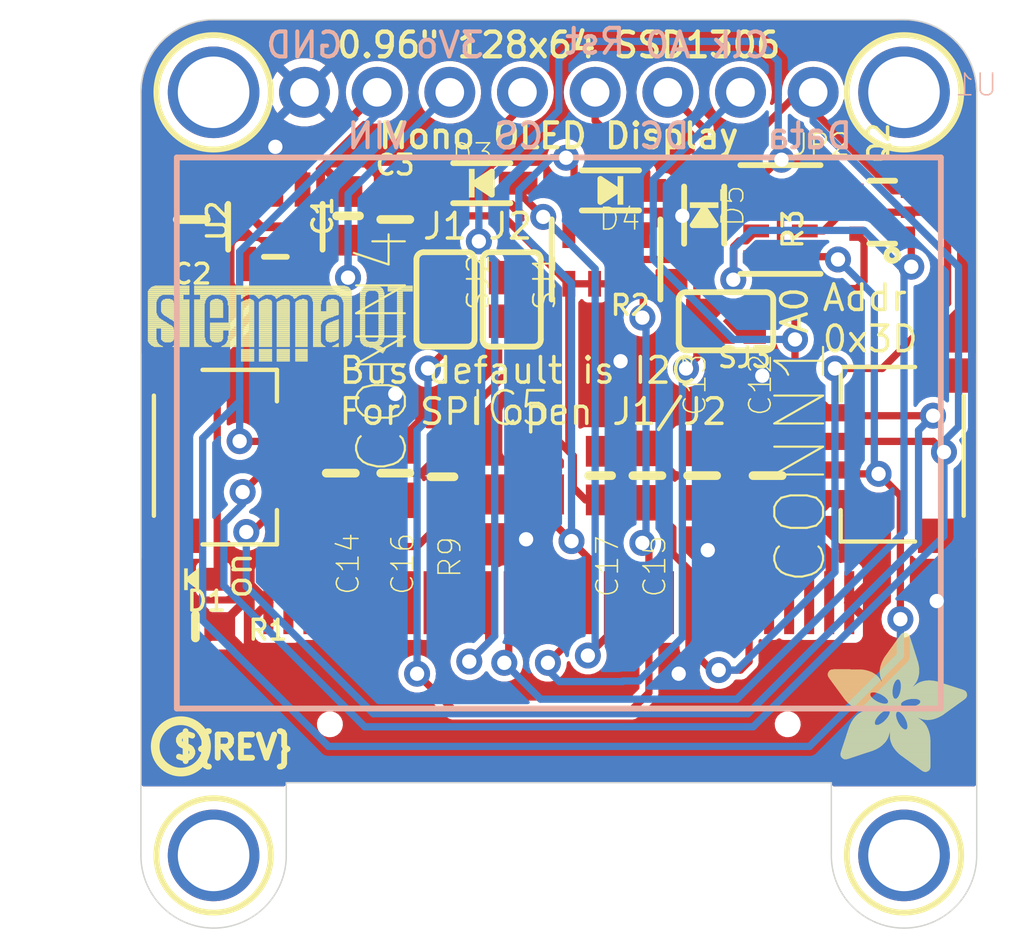
<source format=kicad_pcb>
(kicad_pcb (version 20221018) (generator pcbnew)
  (layers (0 "F.Cu" signal) (31 "B.Cu" signal) (34 "B.Paste" user) (35 "F.Paste" user) (36 "B.SilkS" user "B.Silkscreen") (37 "F.SilkS" user "F.Silkscreen") (38 "B.Mask" user) (39 "F.Mask" user) (44 "Edge.Cuts" user))
  (net 0 "")
  (net 1 "GND")
  (net 2 "SDA")
  (net 3 "SCL")
  (net 4 "3.3V")
  (net 5 "VCC")
  (net 6 "N$2")
  (net 7 "D0/SCLK/SCK_3.3V")
  (net 8 "D1/MOSI/SDA1_3.3V")
  (net 9 "N$9")
  (net 10 "CS_3.3V")
  (net 11 "RST_3.3V")
  (net 12 "DC/SA0_3.3V")
  (net 13 "CS_5.0V")
  (net 14 "RST_5.0V")
  (net 15 "DC/SA0_5.0V")
  (net 16 "N$10")
  (net 17 "N$11")
  (net 18 "N$12")
  (net 19 "N$13")
  (net 20 "N$14")
  (net 21 "N$15")
  (net 22 "N$16")
  (net 23 "N$17")
  (footprint "working:SOT363" (layer "F.Cu") (at 159.8041 95.8596 90)
    (fp_text reference "Q2")
    (fp_text value "BSS138")
  )
  (footprint "working:0805-NO" (layer "F.Cu") (at 142.7861 96.1136 90)
    (fp_text reference "C3")
    (fp_text value "10uF")
  )
  (footprint "working:FIDUCIAL_1MM" (layer "F.Cu") (at 162.0901 94.4245)
    (fp_text reference "FID4" hide)
    (fp_text value "FIDUCIAL_1MM" hide)
  )
  (footprint "working:MOUNTINGHOLE_2.5_PLATED" (layer "F.Cu") (at 160.5661 118.3386)
    (fp_text reference "U$21" hide)
    (fp_text value "MOUNTINGHOLE2.5" hide)
  )
  (footprint "working:0603-NO" (layer "F.Cu") (at 149.9465 105.0646 -90)
    (fp_text reference "C17")
    (fp_text value "0.1uF")
  )
  (footprint "working:1X08_ROUND_70" (layer "F.Cu") (at 148.5011 91.6686 180)
    (fp_text reference "JP2")
    (fp_text value "")
  )
  (footprint "working:0603-NO" (layer "F.Cu") (at 135.8011 110.3376)
    (fp_text reference "R1")
    (fp_text value "10K")
  )
  (footprint "working:ADAFRUIT_5MM" (layer "F.Cu") (at 157.8991 115.4176)
    (fp_text reference "U$8" hide)
    (fp_text value "" hide)
  )
  (footprint "working:0805-NO" (layer "F.Cu") (at 153.5105 105.0646 90)
    (fp_text reference "C13")
    (fp_text value "2.2uF")
  )
  (footprint "working:MOUNTINGHOLE_2.5_PLATED" (layer "F.Cu") (at 160.5661 91.6686)
    (fp_text reference "U$17" hide)
    (fp_text value "MOUNTINGHOLE2.5" hide)
  )
  (footprint "working:0805-NO" (layer "F.Cu") (at 155.7965 105.0646 90)
    (fp_text reference "C12")
    (fp_text value "2.2uF")
  )
  (footprint "working:0805-NO" (layer "F.Cu") (at 140.8811 104.9782 -90)
    (fp_text reference "C14")
    (fp_text value "10uF")
  )
  (footprint "working:0603-NO" (layer "F.Cu") (at 144.4371 105.1052 -90)
    (fp_text reference "R9")
    (fp_text value "390K")
  )
  (footprint "working:MOUNTINGHOLE_2.5_PLATED" (layer "F.Cu") (at 136.4361 91.6686)
    (fp_text reference "U$1" hide)
    (fp_text value "MOUNTINGHOLE2.5" hide)
  )
  (footprint "working:JST_SH4" (layer "F.Cu") (at 160.5661 104.3686 90)
    (fp_text reference "CONN1")
    (fp_text value "STEMMA_I2C_QT" hide)
  )
  (footprint "working:RESPACK_4X0603" (layer "F.Cu") (at 150.1521 97.5106 180)
    (fp_text reference "R2")
    (fp_text value "10K")
  )
  (footprint "working:RESPACK_4X0603" (layer "F.Cu") (at 156.2481 96.1136 90)
    (fp_text reference "R3")
    (fp_text value "10K")
  )
  (footprint "working:SOD-323" (layer "F.Cu") (at 150.3045 95.0976 180)
    (fp_text reference "D4")
    (fp_text value "1N4148")
  )
  (footprint "working:CHIPLED_0603_NOOUTLINE" (layer "F.Cu") (at 135.6741 108.6866 90)
    (fp_text reference "D1")
    (fp_text value "GREEN")
  )
  (footprint "working:SOT23-5" (layer "F.Cu") (at 138.5951 96.3676 180)
    (fp_text reference "U2")
    (fp_text value "AP2112K-3.3")
  )
  (footprint "working:STEMMAQT" (layer "F.Cu") (at 134.1501 101.0666)
    (fp_text reference "U$31" hide)
    (fp_text value "" hide)
  )
  (footprint "working:FIDUCIAL_1MM" (layer "F.Cu") (at 134.9121 112.3061)
    (fp_text reference "FID3" hide)
    (fp_text value "FIDUCIAL_1MM" hide)
  )
  (footprint "working:0805-NO" (layer "F.Cu") (at 142.7861 104.9782 -90)
    (fp_text reference "C16")
    (fp_text value "10uF")
  )
  (footprint "working:SOD-323" (layer "F.Cu") (at 153.5811 95.9612 -90)
    (fp_text reference "D5")
    (fp_text value "1N4148")
  )
  (footprint "working:PCBFEAT-REV-040" (layer "F.Cu") (at 135.2931 114.5286)
    (fp_text reference "U$25" hide)
    (fp_text value "" hide)
  )
  (footprint "working:0603-NO" (layer "F.Cu") (at 141.1351 95.9866 90)
    (fp_text reference "C1")
    (fp_text value "0.1uF")
  )
  (footprint "working:SOT23" (layer "F.Cu") (at 147.2311 104.6226)
    (fp_text reference "IC5")
    (fp_text value "APX803")
  )
  (footprint "working:0805-NO" (layer "F.Cu") (at 135.6741 96.1136 -90)
    (fp_text reference "C2")
    (fp_text value "10uF")
  )
  (footprint "working:JST_SH4" (layer "F.Cu") (at 136.4361 104.3686 -90)
    (fp_text reference "CONN4")
    (fp_text value "STEMMA_I2C_QT" hide)
  )
  (footprint "working:0805-NO" (layer "F.Cu") (at 151.5975 105.0646 -90)
    (fp_text reference "C15")
    (fp_text value "10uF")
  )
  (footprint "working:SOLDERJUMPER_ARROW_NOPASTE" (layer "F.Cu") (at 154.3431 99.6696 180)
    (fp_text reference "SJ3")
    (fp_text value "")
  )
  (footprint "working:SOLDERJUMPER_CLOSEDWIRE" (layer "F.Cu") (at 146.8567 98.9076 -90)
    (fp_text reference "SJ1")
    (fp_text value "")
  )
  (footprint "working:SOLDERJUMPER_CLOSEDWIRE" (layer "F.Cu") (at 144.5415 98.9076 -90)
    (fp_text reference "SJ2")
    (fp_text value "")
  )
  (footprint "working:SOD-323" (layer "F.Cu") (at 145.8087 94.8436)
    (fp_text reference "D3")
    (fp_text value "1N4148")
  )
  (footprint "working:MOUNTINGHOLE_2.5_PLATED" (layer "F.Cu") (at 136.4361 118.3386)
    (fp_text reference "U$19" hide)
    (fp_text value "MOUNTINGHOLE2.5" hide)
  )
  (footprint "working:UG-2864HSWEG01_0.96IN_WRAPAROUND" (layer "B.Cu") (at 148.5011 108.3056 180)
    (fp_text reference "U1")
    (fp_text value "UG-2864HSWEG01")
  )
  (gr_arc (start 133.8961 91.6686) (mid 134.640049 89.872549) (end 136.4361 89.1286) (stroke (width 0.05)) (layer "Edge.Cuts"))
  (gr_line (start 160.5661 89.1286) (end 136.4361 89.1286) (stroke (width 0.05)) (layer "Edge.Cuts"))
  (gr_arc (start 138.9761 118.3386) (mid 138.232151 120.134651) (end 136.4361 120.8786) (stroke (width 0.05)) (layer "Edge.Cuts"))
  (gr_line (start 133.8961 91.6686) (end 133.8961 118.3386) (stroke (width 0.05)) (layer "Edge.Cuts"))
  (gr_line (start 158.0261 115.7986) (end 158.0261 118.3386) (stroke (width 0.05)) (layer "Edge.Cuts"))
  (gr_arc (start 136.4361 120.8786) (mid 134.640049 120.134651) (end 133.8961 118.3386) (stroke (width 0.05)) (layer "Edge.Cuts"))
  (gr_arc (start 160.5661 120.8786) (mid 158.770049 120.134651) (end 158.0261 118.3386) (stroke (width 0.05)) (layer "Edge.Cuts"))
  (gr_arc (start 163.1061 118.3386) (mid 162.362151 120.134651) (end 160.5661 120.8786) (stroke (width 0.05)) (layer "Edge.Cuts"))
  (gr_line (start 138.9761 115.7986) (end 158.0261 115.7986) (stroke (width 0.05)) (layer "Edge.Cuts"))
  (gr_line (start 163.1061 118.3386) (end 163.1061 91.6686) (stroke (width 0.05)) (layer "Edge.Cuts"))
  (gr_line (start 138.9761 118.3386) (end 138.9761 115.7986) (stroke (width 0.05)) (layer "Edge.Cuts"))
  (gr_arc (start 160.5661 89.1286) (mid 162.362151 89.872549) (end 163.1061 91.6686) (stroke (width 0.05)) (layer "Edge.Cuts"))
  (gr_text "Clk" (at 154.8511 90.0176) (layer "B.SilkS") (effects (font (size 0.87376 0.87376) (thickness 0.14224)) (justify mirror)))
  (gr_text "DC" (at 152.1841 93.1926) (layer "B.SilkS") (effects (font (size 0.87376 0.87376) (thickness 0.14224)) (justify mirror)))
  (gr_text "VIN" (at 142.1511 93.1926) (layer "B.SilkS") (effects (font (size 0.87376 0.87376) (thickness 0.14224)) (justify mirror)))
  (gr_text "3Vo" (at 144.6911 90.0176) (layer "B.SilkS") (effects (font (size 0.87376 0.87376) (thickness 0.14224)) (justify mirror)))
  (gr_text "GND" (at 139.6111 90.0176) (layer "B.SilkS") (effects (font (size 0.87376 0.87376) (thickness 0.14224)) (justify mirror)))
  (gr_text "A0" (at 152.3111 90.0176) (layer "B.SilkS") (effects (font (size 0.87376 0.87376) (thickness 0.14224)) (justify mirror)))
  (gr_text "Data" (at 157.2641 93.1926) (layer "B.SilkS") (effects (font (size 0.87376 0.87376) (thickness 0.14224)) (justify mirror)))
  (gr_text "CS" (at 147.1041 93.1926) (layer "B.SilkS") (effects (font (size 0.87376 0.87376) (thickness 0.14224)) (justify mirror)))
  (gr_text "Rst" (at 149.7711 89.8906) (layer "B.SilkS") (effects (font (size 0.87376 0.87376) (thickness 0.14224)) (justify mirror)))
  (gr_text "A0" (at 157.2641 100.1776 90) (layer "F.SilkS") (effects (font (size 0.89408 0.89408) (thickness 0.12192)) (justify left bottom)))
  (gr_text "Addr\n0x3D" (at 157.6451 100.8126) (layer "F.SilkS") (effects (font (size 0.89408 0.89408) (thickness 0.12192)) (justify left bottom)))
  (gr_text "on" (at 137.8331 109.4486 90) (layer "F.SilkS") (effects (font (size 0.89408 0.89408) (thickness 0.12192)) (justify left bottom)))
  (gr_text "J2" (at 145.9611 96.8756) (layer "F.SilkS") (effects (font (size 0.89408 0.89408) (thickness 0.12192)) (justify left bottom)))
  (gr_text "Mono OLED Display" (at 148.5011 93.1926) (layer "F.SilkS") (effects (font (size 0.8636 0.8636) (thickness 0.1524))))
  (gr_text "Bus default is I2C\nFor SPI open J1/J2" (at 140.7541 103.3526) (layer "F.SilkS") (effects (font (size 0.89408 0.89408) (thickness 0.12192)) (justify left bottom)))
  (gr_text "0.96\" 128x64 SSD1306" (at 148.5011 90.0176) (layer "F.SilkS") (effects (font (size 0.8636 0.8636) (thickness 0.1524))))
  (gr_text "J1" (at 143.6751 96.8756) (layer "F.SilkS") (effects (font (size 0.89408 0.89408) (thickness 0.12192)) (justify left bottom)))
  (via (at 155.6131 101.5746) (size 0.9064) (drill 0.5) (layers "F.Cu" "B.Cu") (net 1))
  (via (at 152.8191 95.9866) (size 0.9064) (drill 0.5) (layers "F.Cu" "B.Cu") (net 1))
  (via (at 161.7091 109.4486) (size 0.9064) (drill 0.5) (layers "F.Cu" "B.Cu") (net 1))
  (via (at 153.7081 107.6706) (size 0.9064) (drill 0.5) (layers "F.Cu" "B.Cu") (net 1))
  (via (at 138.5951 93.5736) (size 0.9064) (drill 0.5) (layers "F.Cu" "B.Cu") (net 1))
  (via (at 152.6921 111.9886) (size 0.9064) (drill 0.5) (layers "F.Cu" "B.Cu") (net 1))
  (via (at 150.6601 101.0666) (size 0.9064) (drill 0.5) (layers "F.Cu" "B.Cu") (net 1))
  (via (at 147.3581 107.2896) (size 0.9064) (drill 0.5) (layers "F.Cu" "B.Cu") (net 1))
  (via (at 142.7861 102.2096) (size 0.9064) (drill 0.5) (layers "F.Cu" "B.Cu") (net 1))
  (segment (start 157.3911 91.7956) (end 157.3911 91.6686) (width 0.254) (layer "F.Cu") (net 2))
  (segment (start 154.4701 95.4786) (end 154.4701 94.0816) (width 0.254) (layer "F.Cu") (net 2))
  (segment (start 160.7041 95.1096) (end 160.1971 95.1096) (width 0.254) (layer "F.Cu") (net 2))
  (segment (start 138.2221 104.8686) (end 138.9501 104.8686) (width 0.254) (layer "F.Cu") (net 2))
  (segment (start 155.3981 95.7136) (end 154.7051 95.7136) (width 0.254) (layer "F.Cu") (net 2))
  (segment (start 157.3911 92.3036) (end 157.3911 91.7956) (width 0.254) (layer "F.Cu") (net 2))
  (segment (start 158.0521 103.8686) (end 161.5901 103.8686) (width 0.254) (layer "F.Cu") (net 2))
  (segment (start 156.7561 91.7956) (end 157.3911 91.7956) (width 0.254) (layer "F.Cu") (net 2))
  (segment (start 161.5901 103.8686) (end 161.9631 104.2416) (width 0.254) (layer "F.Cu") (net 2))
  (segment (start 154.4701 94.0816) (end 156.7561 91.7956) (width 0.254) (layer "F.Cu") (net 2))
  (segment (start 137.4521 105.6386) (end 138.2221 104.8686) (width 0.254) (layer "F.Cu") (net 2))
  (segment (start 154.7051 95.7136) (end 154.4701 95.4786) (width 0.254) (layer "F.Cu") (net 2))
  (segment (start 160.1971 95.1096) (end 157.3911 92.3036) (width 0.254) (layer "F.Cu") (net 2))
  (via (at 161.9631 104.2416) (size 0.9064) (drill 0.5) (layers "F.Cu" "B.Cu") (net 2))
  (via (at 137.4521 105.6386) (size 0.9064) (drill 0.5) (layers "F.Cu" "B.Cu") (net 2))
  (segment (start 137.4521 106.0547) (end 137.4521 105.6386) (width 0.254) (layer "B.Cu") (net 2))
  (segment (start 155.294481 113.8428) (end 141.7193 113.8428) (width 0.254) (layer "B.Cu") (net 2))
  (segment (start 161.9631 104.2416) (end 161.9631 103.8606) (width 0.254) (layer "B.Cu") (net 2))
  (segment (start 136.7957 108.9192) (end 136.7957 106.7111) (width 0.254) (layer "B.Cu") (net 2))
  (segment (start 162.4711 103.3526) (end 161.9631 103.8606) (width 0.254) (layer "B.Cu") (net 2))
  (segment (start 162.4711 103.3526) (end 162.4711 97.7646) (width 0.254) (layer "B.Cu") (net 2))
  (segment (start 161.9631 104.2416) (end 161.9631 107.174182) (width 0.254) (layer "B.Cu") (net 2))
  (segment (start 136.7957 106.7111) (end 137.4521 106.0547) (width 0.254) (layer "B.Cu") (net 2))
  (segment (start 162.4711 97.7646) (end 157.3911 92.6846) (width 0.254) (layer "B.Cu") (net 2))
  (segment (start 141.7193 113.8428) (end 136.7957 108.9192) (width 0.254) (layer "B.Cu") (net 2))
  (segment (start 161.9631 107.174182) (end 155.294481 113.8428) (width 0.254) (layer "B.Cu") (net 2))
  (segment (start 157.3911 92.6846) (end 157.3911 91.6686) (width 0.254) (layer "B.Cu") (net 2))
  (segment (start 161.5821 102.9716) (end 158.1551 102.9716) (width 0.254) (layer "F.Cu") (net 3))
  (segment (start 158.1551 102.9716) (end 158.0521 102.8686) (width 0.254) (layer "F.Cu") (net 3))
  (segment (start 159.1691 96.8746) (end 158.9041 96.6096) (width 0.254) (layer "F.Cu") (net 3))
  (segment (start 158.9151 98.5266) (end 159.1691 98.2726) (width 0.254) (layer "F.Cu") (net 3))
  (segment (start 156.7561 100.3046) (end 156.7561 101.5726) (width 0.254) (layer "F.Cu") (net 3))
  (segment (start 156.7561 98.5266) (end 156.7561 100.3046) (width 0.254) (layer "F.Cu") (net 3))
  (segment (start 137.7831 107.0356) (end 137.5791 107.0356) (width 0.254) (layer "F.Cu") (net 3))
  (segment (start 156.7561 98.5266) (end 158.9151 98.5266) (width 0.254) (layer "F.Cu") (net 3))
  (segment (start 138.9501 105.8686) (end 137.7831 107.0356) (width 0.254) (layer "F.Cu") (net 3))
  (segment (start 159.1691 98.2726) (end 159.1691 96.8746) (width 0.254) (layer "F.Cu") (net 3))
  (segment (start 156.7561 101.5726) (end 158.0521 102.8686) (width 0.254) (layer "F.Cu") (net 3))
  (segment (start 156.5111 98.5266) (end 156.7561 98.5266) (width 0.254) (layer "F.Cu") (net 3))
  (segment (start 155.3981 97.4136) (end 156.5111 98.5266) (width 0.254) (layer "F.Cu") (net 3))
  (via (at 156.7561 100.3046) (size 0.9064) (drill 0.5) (layers "F.Cu" "B.Cu") (net 3))
  (via (at 161.5821 102.9716) (size 0.9064) (drill 0.5) (layers "F.Cu" "B.Cu") (net 3))
  (via (at 137.5791 107.0356) (size 0.9064) (drill 0.5) (layers "F.Cu" "B.Cu") (net 3))
  (segment (start 142.0241 113.3856) (end 155.1051 113.3856) (width 0.254) (layer "B.Cu") (net 3))
  (segment (start 161.0741 107.4166) (end 161.0741 103.4796) (width 0.254) (layer "B.Cu") (net 3))
  (segment (start 151.8031 94.7166) (end 151.8031 97.5106) (width 0.254) (layer "B.Cu") (net 3))
  (segment (start 155.1051 113.3856) (end 161.0741 107.4166) (width 0.254) (layer "B.Cu") (net 3))
  (segment (start 137.5791 108.9406) (end 142.0241 113.3856) (width 0.254) (layer "B.Cu") (net 3))
  (segment (start 154.5971 100.3046) (end 151.8031 97.5106) (width 0.254) (layer "B.Cu") (net 3))
  (segment (start 137.5791 107.0356) (end 137.5791 108.9406) (width 0.254) (layer "B.Cu") (net 3))
  (segment (start 156.7561 100.3046) (end 154.5971 100.3046) (width 0.254) (layer "B.Cu") (net 3))
  (segment (start 154.8511 91.6686) (end 151.8031 94.7166) (width 0.254) (layer "B.Cu") (net 3))
  (segment (start 161.0741 103.4796) (end 161.5821 102.9716) (width 0.254) (layer "B.Cu") (net 3))
  (segment (start 151.5975 106.0146) (end 152.4865 106.9036) (width 0.254) (layer "F.Cu") (net 4))
  (segment (start 152.4865 106.9036) (end 152.4865 107.7926) (width 0.254) (layer "F.Cu") (net 4))
  (segment (start 155.1511 111.5616) (end 155.1511 109.5056) (width 0.254) (layer "F.Cu") (net 4))
  (segment (start 141.1351 96.8366) (end 142.5591 96.8366) (width 0.3048) (layer "F.Cu") (net 4))
  (segment (start 136.4241 108.6866) (end 136.5631 108.5476) (width 0.254) (layer "F.Cu") (net 4))
  (segment (start 147.987 97.4955) (end 147.987 97.424625) (width 0.254) (layer "F.Cu") (net 4))
  (segment (start 148.8521 98.3606) (end 147.987 97.4955) (width 0.254) (layer "F.Cu") (net 4))
  (segment (start 151.5975 106.0146) (end 150.0465 106.0146) (width 0.254) (layer "F.Cu") (net 4))
  (segment (start 153.0511 109.5056) (end 153.0511 111.0776) (width 0.254) (layer "F.Cu") (net 4))
  (segment (start 158.0896 95.1611) (end 158.0896 96.1771) (width 0.254) (layer "F.Cu") (net 4))
  (segment (start 153.0511 108.3572) (end 152.4865 107.7926) (width 0.254) (layer "F.Cu") (net 4))
  (segment (start 157.7531 96.5136) (end 157.0981 96.5136) (width 0.254) (layer "F.Cu") (net 4))
  (segment (start 146.548975 95.9866) (end 145.1991 95.9866) (width 0.254) (layer "F.Cu") (net 4))
  (segment (start 158.0896 96.1771) (end 157.7531 96.5136) (width 0.254) (layer "F.Cu") (net 4))
  (segment (start 150.0465 106.0146) (end 149.9465 105.9146) (width 0.254) (layer "F.Cu") (net 4))
  (segment (start 153.0511 111.0776) (end 153.8351 111.8616) (width 0.254) (layer "F.Cu") (net 4))
  (segment (start 149.0113 105.4874) (end 149.0113 104.377825) (width 0.254) (layer "F.Cu") (net 4))
  (segment (start 154.0891 111.8616) (end 154.8511 111.8616) (width 0.254) (layer "F.Cu") (net 4))
  (segment (start 160.7041 95.8596) (end 161.4551 95.8596) (width 0.254) (layer "F.Cu") (net 4))
  (segment (start 143.8681 98.1456) (end 144.5415 98.1456) (width 0.3048) (layer "F.Cu") (net 4))
  (segment (start 141.1351 98.1456) (end 141.1351 96.8366) (width 0.254) (layer "F.Cu") (net 4))
  (segment (start 136.5631 108.5476) (end 136.5631 100.6497) (width 0.254) (layer "F.Cu") (net 4))
  (segment (start 147.987 97.424625) (end 146.548975 95.9866) (width 0.254) (layer "F.Cu") (net 4))
  (segment (start 148.8521 104.218625) (end 148.156075 103.5226) (width 0.254) (layer "F.Cu") (net 4))
  (segment (start 149.9465 105.9146) (end 149.4385 105.9146) (width 0.254) (layer "F.Cu") (net 4))
  (segment (start 160.7041 95.8596) (end 158.9041 95.8596) (width 0.254) (layer "F.Cu") (net 4))
  (segment (start 158.9041 95.8596) (end 158.4071 95.8596) (width 0.254) (layer "F.Cu") (net 4))
  (segment (start 149.7521 98.3606) (end 148.8521 98.3606) (width 0.254) (layer "F.Cu") (net 4))
  (segment (start 140.3762 96.8366) (end 141.1351 96.8366) (width 0.3048) (layer "F.Cu") (net 4))
  (segment (start 149.4385 105.9146) (end 149.0113 105.4874) (width 0.254) (layer "F.Cu") (net 4))
  (segment (start 142.5591 96.8366) (end 142.7861 97.0636) (width 0.3048) (layer "F.Cu") (net 4))
  (segment (start 162.0901 99.0346) (end 159.8041 101.3206) (width 0.254) (layer "F.Cu") (net 4))
  (segment (start 144.5415 96.6442) (end 144.5415 98.1456) (width 0.254) (layer "F.Cu") (net 4))
  (segment (start 153.0511 108.3572) (end 153.0511 109.5056) (width 0.254) (layer "F.Cu") (net 4))
  (segment (start 148.8521 98.3606) (end 148.8521 104.218625) (width 0.254) (layer "F.Cu") (net 4))
  (segment (start 161.4551 95.8596) (end 162.0901 96.4946) (width 0.254) (layer "F.Cu") (net 4))
  (segment (start 153.8351 111.8616) (end 154.0891 111.8616) (width 0.254) (layer "F.Cu") (net 4))
  (segment (start 139.5451 97.6677) (end 140.3762 96.8366) (width 0.3048) (layer "F.Cu") (net 4))
  (segment (start 157.7421 94.8136) (end 158.0896 95.1611) (width 0.254) (layer "F.Cu") (net 4))
  (segment (start 159.8041 101.3206) (end 158.1531 101.3206) (width 0.254) (layer "F.Cu") (net 4))
  (segment (start 157.0981 94.8136) (end 157.7421 94.8136) (width 0.254) (layer "F.Cu") (net 4))
  (segment (start 142.7861 97.0636) (end 143.8681 98.1456) (width 0.3048) (layer "F.Cu") (net 4))
  (segment (start 136.5631 100.6497) (end 139.5451 97.6677) (width 0.254) (layer "F.Cu") (net 4))
  (segment (start 154.8511 111.8616) (end 155.1511 111.5616) (width 0.254) (layer "F.Cu") (net 4))
  (segment (start 148.8521 104.218625) (end 149.0113 104.377825) (width 0.254) (layer "F.Cu") (net 4))
  (segment (start 145.1991 95.9866) (end 144.5415 96.6442) (width 0.254) (layer "F.Cu") (net 4))
  (segment (start 150.5521 98.3606) (end 149.7521 98.3606) (width 0.254) (layer "F.Cu") (net 4))
  (segment (start 162.0901 96.4946) (end 162.0901 99.0346) (width 0.254) (layer "F.Cu") (net 4))
  (segment (start 148.156075 103.5226) (end 147.2311 103.5226) (width 0.254) (layer "F.Cu") (net 4))
  (segment (start 158.4071 95.8596) (end 158.0896 96.1771) (width 0.254) (layer "F.Cu") (net 4))
  (via (at 158.1531 101.3206) (size 0.9064) (drill 0.5) (layers "F.Cu" "B.Cu") (net 4))
  (via (at 154.0891 111.8616) (size 0.9064) (drill 0.5) (layers "F.Cu" "B.Cu") (net 4))
  (via (at 141.1351 98.1456) (size 0.9064) (drill 0.5) (layers "F.Cu" "B.Cu") (net 4))
  (segment (start 158.1531 108.4326) (end 154.7241 111.8616) (width 0.254) (layer "B.Cu") (net 4))
  (segment (start 154.7241 111.8616) (end 154.0891 111.8616) (width 0.254) (layer "B.Cu") (net 4))
  (segment (start 144.6911 91.6686) (end 141.1351 95.2246) (width 0.254) (layer "B.Cu") (net 4))
  (segment (start 141.1351 95.2246) (end 141.1351 98.1456) (width 0.254) (layer "B.Cu") (net 4))
  (segment (start 158.1531 101.3206) (end 158.1531 108.4326) (width 0.254) (layer "B.Cu") (net 4))
  (segment (start 158.2587 97.4136) (end 158.2587 97.5106) (width 0.254) (layer "F.Cu") (net 5))
  (segment (start 139.5451 95.9256) (end 139.1031 96.3676) (width 0.3048) (layer "F.Cu") (net 5))
  (segment (start 142.1511 91.6686) (end 139.5451 94.2746) (width 0.3048) (layer "F.Cu") (net 5))
  (segment (start 139.5451 94.2746) (end 139.5451 95.0675) (width 0.3048) (layer "F.Cu") (net 5))
  (segment (start 137.549 95.1636) (end 135.6741 95.1636) (width 0.3048) (layer "F.Cu") (net 5))
  (segment (start 139.5451 95.0675) (end 139.5451 95.9256) (width 0.3048) (layer "F.Cu") (net 5))
  (segment (start 158.1871 105.0036) (end 158.0521 104.8686) (width 0.254) (layer "F.Cu") (net 5))
  (segment (start 139.1031 96.3676) (end 138.0871 96.3676) (width 0.3048) (layer "F.Cu") (net 5))
  (segment (start 156.6481 95.7136) (end 156.2481 96.1136) (width 0.254) (layer "F.Cu") (net 5))
  (segment (start 137.6451 95.9256) (end 137.6451 95.0675) (width 0.3048) (layer "F.Cu") (net 5))
  (segment (start 160.4391 110.0836) (end 160.4391 105.7656) (width 0.254) (layer "F.Cu") (net 5))
  (segment (start 138.0871 96.3676) (end 137.6451 95.9256) (width 0.3048) (layer "F.Cu") (net 5))
  (segment (start 138.9501 103.8686) (end 137.3545 103.8686) (width 0.254) (layer "F.Cu") (net 5))
  (segment (start 156.2481 97.1296) (end 156.5321 97.4136) (width 0.254) (layer "F.Cu") (net 5))
  (segment (start 157.0981 95.7136) (end 156.6481 95.7136) (width 0.254) (layer "F.Cu") (net 5))
  (segment (start 156.5321 97.4136) (end 157.0981 97.4136) (width 0.254) (layer "F.Cu") (net 5))
  (segment (start 160.4391 105.7656) (end 159.6771 105.0036) (width 0.254) (layer "F.Cu") (net 5))
  (segment (start 137.3545 103.8686) (end 137.3465 103.8606) (width 0.254) (layer "F.Cu") (net 5))
  (segment (start 156.2481 96.1136) (end 156.2481 97.1296) (width 0.254) (layer "F.Cu") (net 5))
  (segment (start 137.6451 95.0675) (end 137.549 95.1636) (width 0.3048) (layer "F.Cu") (net 5))
  (segment (start 157.0981 97.4136) (end 158.2587 97.4136) (width 0.254) (layer "F.Cu") (net 5))
  (segment (start 159.6771 105.0036) (end 158.1871 105.0036) (width 0.254) (layer "F.Cu") (net 5))
  (via (at 137.3465 103.8606) (size 0.9064) (drill 0.5) (layers "F.Cu" "B.Cu") (net 5))
  (via (at 158.2587 97.5106) (size 0.9064) (drill 0.5) (layers "F.Cu" "B.Cu") (net 5))
  (via (at 159.6771 105.0036) (size 0.9064) (drill 0.5) (layers "F.Cu" "B.Cu") (net 5))
  (via (at 160.4391 110.0836) (size 0.9064) (drill 0.5) (layers "F.Cu" "B.Cu") (net 5))
  (segment (start 157.2641 114.5286) (end 160.4391 111.3536) (width 0.254) (layer "B.Cu") (net 5))
  (segment (start 142.1511 92.4306) (end 142.1511 91.6686) (width 0.254) (layer "B.Cu") (net 5))
  (segment (start 160.4391 111.3536) (end 160.4391 110.0836) (width 0.254) (layer "B.Cu") (net 5))
  (segment (start 136.0551 110.131263) (end 140.452437 114.5286) (width 0.254) (layer "B.Cu") (net 5))
  (segment (start 137.3465 102.4636) (end 137.3465 97.2352) (width 0.254) (layer "B.Cu") (net 5))
  (segment (start 136.0551 103.755) (end 136.0551 110.131263) (width 0.254) (layer "B.Cu") (net 5))
  (segment (start 159.5287 98.7806) (end 158.2587 97.5106) (width 0.254) (layer "B.Cu") (net 5))
  (segment (start 140.452437 114.5286) (end 157.2641 114.5286) (width 0.254) (layer "B.Cu") (net 5))
  (segment (start 159.5287 98.7806) (end 159.5287 104.8552) (width 0.254) (layer "B.Cu") (net 5))
  (segment (start 137.3465 97.2352) (end 142.1511 92.4306) (width 0.254) (layer "B.Cu") (net 5))
  (segment (start 159.5287 104.8552) (end 159.6771 105.0036) (width 0.254) (layer "B.Cu") (net 5))
  (segment (start 137.3465 102.4636) (end 136.0551 103.755) (width 0.254) (layer "B.Cu") (net 5))
  (segment (start 137.3465 103.8606) (end 137.3465 102.4636) (width 0.254) (layer "B.Cu") (net 5))
  (segment (start 134.9241 110.3106) (end 134.9511 110.3376) (width 0.254) (layer "F.Cu") (net 6))
  (segment (start 134.9241 108.6866) (end 134.9241 110.3106) (width 0.254) (layer "F.Cu") (net 6))
  (segment (start 146.7511 109.5056) (end 146.7511 111.563575) (width 0.254) (layer "F.Cu") (net 7))
  (segment (start 154.6179 97.051825) (end 154.6179 98.197688) (width 0.254) (layer "F.Cu") (net 7))
  (segment (start 155.3981 96.5136) (end 155.0533 96.8584) (width 0.254) (layer "F.Cu") (net 7))
  (segment (start 146.5961 111.408575) (end 146.7511 111.563575) (width 0.254) (layer "F.Cu") (net 7))
  (segment (start 160.8201 96.7256) (end 160.7041 96.6096) (width 0.254) (layer "F.Cu") (net 7))
  (segment (start 154.6179 98.197688) (end 154.5984 98.217188) (width 0.254) (layer "F.Cu") (net 7))
  (segment (start 155.0533 96.8584) (end 154.811325 96.8584) (width 0.254) (layer "F.Cu") (net 7))
  (segment (start 146.5961 111.6076) (end 146.5961 111.408575) (width 0.254) (layer "F.Cu") (net 7))
  (segment (start 154.811325 96.8584) (end 154.6179 97.051825) (width 0.254) (layer "F.Cu") (net 7))
  (segment (start 160.8201 97.7646) (end 160.8201 96.7256) (width 0.254) (layer "F.Cu") (net 7))
  (via (at 160.8201 97.7646) (size 0.9064) (drill 0.5) (layers "F.Cu" "B.Cu") (net 7))
  (via (at 146.5961 111.6076) (size 0.9064) (drill 0.5) (layers "F.Cu" "B.Cu") (net 7))
  (via (at 154.5984 98.217188) (size 0.9064) (drill 0.5) (layers "F.Cu" "B.Cu") (net 7))
  (segment (start 154.5984 97.1283) (end 155.2321 96.4946) (width 0.254) (layer "B.Cu") (net 7))
  (segment (start 155.2321 96.4946) (end 159.1691 96.4946) (width 0.254) (layer "B.Cu") (net 7))
  (segment (start 154.7241 112.8776) (end 160.5661 107.0356) (width 0.254) (layer "B.Cu") (net 7))
  (segment (start 146.5961 111.6076) (end 147.8661 112.8776) (width 0.254) (layer "B.Cu") (net 7))
  (segment (start 154.7241 112.8776) (end 147.8661 112.8776) (width 0.254) (layer "B.Cu") (net 7))
  (segment (start 154.5984 98.217188) (end 154.5984 97.1283) (width 0.254) (layer "B.Cu") (net 7))
  (segment (start 160.5661 98.0186) (end 160.5661 107.0356) (width 0.254) (layer "B.Cu") (net 7))
  (segment (start 160.4391 97.7646) (end 160.8201 97.7646) (width 0.254) (layer "B.Cu") (net 7))
  (segment (start 159.1691 96.4946) (end 160.4391 97.7646) (width 0.254) (layer "B.Cu") (net 7))
  (segment (start 160.5661 98.0186) (end 160.8201 97.7646) (width 0.254) (layer "B.Cu") (net 7))
  (segment (start 158.9041 95.1096) (end 157.8761 94.0816) (width 0.254) (layer "F.Cu") (net 8))
  (segment (start 146.0511 110.8826) (end 145.37205 111.56165) (width 0.254) (layer "F.Cu") (net 8))
  (segment (start 156.283406 94.025007) (end 156.283406 94.046294) (width 0.254) (layer "F.Cu") (net 8))
  (segment (start 157.8761 94.0816) (end 156.2481 94.0816) (width 0.254) (layer "F.Cu") (net 8))
  (segment (start 156.283406 94.046294) (end 156.2481 94.0816) (width 0.254) (layer "F.Cu") (net 8))
  (segment (start 146.0511 109.5056) (end 146.0511 110.8826) (width 0.254) (layer "F.Cu") (net 8))
  (segment (start 145.7071 96.8756) (end 145.7071 96.996) (width 0.254) (layer "F.Cu") (net 8))
  (segment (start 146.8567 98.1456) (end 145.7071 96.996) (width 0.254) (layer "F.Cu") (net 8))
  (segment (start 156.1301 94.0816) (end 155.3981 94.8136) (width 0.254) (layer "F.Cu") (net 8))
  (segment (start 156.2481 94.0816) (end 156.1301 94.0816) (width 0.254) (layer "F.Cu") (net 8))
  (via (at 145.7071 96.8756) (size 0.9064) (drill 0.5) (layers "F.Cu" "B.Cu") (net 8))
  (via (at 156.283406 94.025007) (size 0.9064) (drill 0.5) (layers "F.Cu" "B.Cu") (net 8))
  (via (at 145.37205 111.56165) (size 0.9064) (drill 0.5) (layers "F.Cu" "B.Cu") (net 8))
  (segment (start 155.4861 89.8906) (end 156.1719 90.5764) (width 0.254) (layer "B.Cu") (net 8))
  (segment (start 156.1719 93.9135) (end 156.283406 94.025007) (width 0.254) (layer "B.Cu") (net 8))
  (segment (start 156.1719 90.5764) (end 156.1719 93.9135) (width 0.254) (layer "B.Cu") (net 8))
  (segment (start 149.1361 89.8906) (end 155.4861 89.8906) (width 0.254) (layer "B.Cu") (net 8))
  (segment (start 146.26105 97.55655) (end 145.7071 97.0026) (width 0.254) (layer "B.Cu") (net 8))
  (segment (start 148.5011 92.3036) (end 148.5011 90.5256) (width 0.254) (layer "B.Cu") (net 8))
  (segment (start 148.5011 90.5256) (end 149.1361 89.8906) (width 0.254) (layer "B.Cu") (net 8))
  (segment (start 145.7071 96.8756) (end 145.7071 95.0976) (width 0.254) (layer "B.Cu") (net 8))
  (segment (start 146.26105 97.55655) (end 146.26105 110.67265) (width 0.254) (layer "B.Cu") (net 8))
  (segment (start 145.37205 111.56165) (end 146.26105 110.67265) (width 0.254) (layer "B.Cu") (net 8))
  (segment (start 145.7071 96.8756) (end 145.7071 97.0026) (width 0.254) (layer "B.Cu") (net 8))
  (segment (start 145.7071 95.0976) (end 148.5011 92.3036) (width 0.254) (layer "B.Cu") (net 8))
  (segment (start 151.6511 107.6456) (end 151.6511 109.5056) (width 0.254) (layer "F.Cu") (net 9))
  (segment (start 151.6511 112.6486) (end 151.0411 113.2586) (width 0.254) (layer "F.Cu") (net 9))
  (segment (start 144.8181 113.2586) (end 143.5481 111.9886) (width 0.254) (layer "F.Cu") (net 9))
  (segment (start 151.4221 107.4166) (end 151.6511 107.6456) (width 0.254) (layer "F.Cu") (net 9))
  (segment (start 151.4521 98.3606) (end 151.4521 99.5126) (width 0.254) (layer "F.Cu") (net 9))
  (segment (start 151.6511 109.5056) (end 151.6511 112.6486) (width 0.254) (layer "F.Cu") (net 9))
  (segment (start 144.5415 99.6696) (end 144.5415 100.7082) (width 0.254) (layer "F.Cu") (net 9))
  (segment (start 144.5415 100.7082) (end 143.9291 101.3206) (width 0.254) (layer "F.Cu") (net 9))
  (segment (start 151.0411 113.2586) (end 144.8181 113.2586) (width 0.254) (layer "F.Cu") (net 9))
  (segment (start 151.4521 99.5126) (end 151.4221 99.5426) (width 0.254) (layer "F.Cu") (net 9))
  (via (at 143.5481 111.9886) (size 0.9064) (drill 0.5) (layers "F.Cu" "B.Cu") (net 9))
  (via (at 151.4221 107.4166) (size 0.9064) (drill 0.5) (layers "F.Cu" "B.Cu") (net 9))
  (via (at 151.4221 99.5426) (size 0.9064) (drill 0.5) (layers "F.Cu" "B.Cu") (net 9))
  (via (at 143.9291 101.3206) (size 0.9064) (drill 0.5) (layers "F.Cu" "B.Cu") (net 9))
  (segment (start 151.5491 99.6696) (end 151.5491 107.2896) (width 0.254) (layer "B.Cu") (net 9))
  (segment (start 151.5491 107.2896) (end 151.4221 107.4166) (width 0.254) (layer "B.Cu") (net 9))
  (segment (start 143.9291 103.0986) (end 143.5481 103.4796) (width 0.254) (layer "B.Cu") (net 9))
  (segment (start 143.9291 101.3206) (end 143.9291 103.0986) (width 0.254) (layer "B.Cu") (net 9))
  (segment (start 143.5481 103.4796) (end 143.5481 111.9886) (width 0.254) (layer "B.Cu") (net 9))
  (segment (start 151.4221 99.5426) (end 151.5491 99.6696) (width 0.254) (layer "B.Cu") (net 9))
  (segment (start 148.594212 96.6606) (end 147.956656 96.023044) (width 0.254) (layer "F.Cu") (net 10))
  (segment (start 148.594212 96.6606) (end 148.8521 96.6606) (width 0.254) (layer "F.Cu") (net 10))
  (segment (start 150.2511 109.5056) (end 150.2511 110.6196) (width 0.254) (layer "F.Cu") (net 10))
  (segment (start 147.0787 95.145088) (end 147.956656 96.023044) (width 0.254) (layer "F.Cu") (net 10))
  (segment (start 150.2511 110.6196) (end 149.5171 111.3536) (width 0.254) (layer "F.Cu") (net 10))
  (segment (start 147.0787 94.8436) (end 147.0787 95.145088) (width 0.254) (layer "F.Cu") (net 10))
  (via (at 147.956656 96.023044) (size 0.9064) (drill 0.5) (layers "F.Cu" "B.Cu") (net 10))
  (via (at 149.5171 111.3536) (size 0.9064) (drill 0.5) (layers "F.Cu" "B.Cu") (net 10))
  (segment (start 149.5171 111.3536) (end 149.7711 111.0996) (width 0.254) (layer "B.Cu") (net 10))
  (segment (start 149.7711 97.837488) (end 147.956656 96.023044) (width 0.254) (layer "B.Cu") (net 10))
  (segment (start 149.7711 97.837488) (end 149.7711 111.0996) (width 0.254) (layer "B.Cu") (net 10))
  (segment (start 149.0345 95.0976) (end 149.7521 95.8152) (width 0.254) (layer "F.Cu") (net 11))
  (segment (start 148.7551 93.9546) (end 149.0345 94.234) (width 0.254) (layer "F.Cu") (net 11))
  (segment (start 148.1811 106.5886) (end 148.9456 107.3531) (width 0.254) (layer "F.Cu") (net 11))
  (segment (start 149.5511 107.9586) (end 148.9456 107.3531) (width 0.254) (layer "F.Cu") (net 11))
  (segment (start 148.1811 105.7226) (end 148.1811 106.5886) (width 0.254) (layer "F.Cu") (net 11))
  (segment (start 149.0345 94.234) (end 149.0345 95.0976) (width 0.254) (layer "F.Cu") (net 11))
  (segment (start 149.7521 95.8152) (end 149.7521 96.6606) (width 0.254) (layer "F.Cu") (net 11))
  (segment (start 149.5511 109.5056) (end 149.5511 107.9586) (width 0.254) (layer "F.Cu") (net 11))
  (via (at 148.9456 107.3531) (size 0.9064) (drill 0.5) (layers "F.Cu" "B.Cu") (net 11))
  (via (at 148.7551 93.9546) (size 0.9064) (drill 0.5) (layers "F.Cu" "B.Cu") (net 11))
  (segment (start 148.9456 98.3361) (end 147.1041 96.4946) (width 0.254) (layer "B.Cu") (net 11))
  (segment (start 148.2471 93.9546) (end 148.7551 93.9546) (width 0.254) (layer "B.Cu") (net 11))
  (segment (start 148.9456 107.3531) (end 148.9456 98.3361) (width 0.254) (layer "B.Cu") (net 11))
  (segment (start 147.1041 95.0976) (end 148.2471 93.9546) (width 0.254) (layer "B.Cu") (net 11))
  (segment (start 147.1041 96.4946) (end 147.1041 95.0976) (width 0.254) (layer "B.Cu") (net 11))
  (segment (start 153.3271 99.6696) (end 153.3271 97.4852) (width 0.254) (layer "F.Cu") (net 12))
  (segment (start 152.9461 101.3206) (end 153.3271 100.9396) (width 0.254) (layer "F.Cu") (net 12))
  (segment (start 150.5521 96.6606) (end 150.5521 97.2756) (width 0.254) (layer "F.Cu") (net 12))
  (segment (start 153.3271 100.9396) (end 153.3271 99.6696) (width 0.254) (layer "F.Cu") (net 12))
  (segment (start 150.7871 97.5106) (end 153.3017 97.5106) (width 0.254) (layer "F.Cu") (net 12))
  (segment (start 148.8511 110.8766) (end 148.1201 111.6076) (width 0.254) (layer "F.Cu") (net 12))
  (segment (start 153.3271 97.4852) (end 153.5811 97.2312) (width 0.254) (layer "F.Cu") (net 12))
  (segment (start 150.5521 97.2756) (end 150.7871 97.5106) (width 0.254) (layer "F.Cu") (net 12))
  (segment (start 153.3017 97.5106) (end 153.3271 97.4852) (width 0.254) (layer "F.Cu") (net 12))
  (segment (start 148.8511 109.5056) (end 148.8511 110.8766) (width 0.254) (layer "F.Cu") (net 12))
  (via (at 152.9461 101.3206) (size 0.9064) (drill 0.5) (layers "F.Cu" "B.Cu") (net 12))
  (via (at 148.1201 111.6076) (size 0.9064) (drill 0.5) (layers "F.Cu" "B.Cu") (net 12))
  (segment (start 151.2951 112.2426) (end 152.8191 110.7186) (width 0.254) (layer "B.Cu") (net 12))
  (segment (start 148.5225 112.264) (end 150.7306 112.264) (width 0.254) (layer "B.Cu") (net 12))
  (segment (start 148.5225 112.264) (end 148.1201 111.8616) (width 0.254) (layer "B.Cu") (net 12))
  (segment (start 152.8191 101.4476) (end 152.8191 110.7186) (width 0.254) (layer "B.Cu") (net 12))
  (segment (start 152.8191 101.4476) (end 152.9461 101.3206) (width 0.254) (layer "B.Cu") (net 12))
  (segment (start 150.752 112.2426) (end 151.2951 112.2426) (width 0.254) (layer "B.Cu") (net 12))
  (segment (start 148.1201 111.6076) (end 148.1201 111.8616) (width 0.254) (layer "B.Cu") (net 12))
  (segment (start 150.7306 112.264) (end 150.752 112.2426) (width 0.254) (layer "B.Cu") (net 12))
  (segment (start 147.2311 91.6686) (end 147.2311 92.1512) (width 0.254) (layer "F.Cu") (net 13))
  (segment (start 147.2311 92.1512) (end 144.5387 94.8436) (width 0.254) (layer "F.Cu") (net 13))
  (segment (start 151.5745 95.0976) (end 151.5745 94.4626) (width 0.254) (layer "F.Cu") (net 14))
  (segment (start 149.7711 92.6592) (end 149.7711 91.6686) (width 0.254) (layer "F.Cu") (net 14))
  (segment (start 151.5745 94.4626) (end 149.7711 92.6592) (width 0.254) (layer "F.Cu") (net 14))
  (segment (start 152.3111 91.6686) (end 153.5811 92.9386) (width 0.254) (layer "F.Cu") (net 15))
  (segment (start 153.5811 92.9386) (end 153.5811 94.6912) (width 0.254) (layer "F.Cu") (net 15))
  (segment (start 144.4371 106.6546) (end 144.4371 105.9552) (width 0.254) (layer "F.Cu") (net 16))
  (segment (start 143.5481 107.5436) (end 144.4371 106.6546) (width 0.254) (layer "F.Cu") (net 16))
  (segment (start 141.527681 107.5436) (end 143.5481 107.5436) (width 0.254) (layer "F.Cu") (net 16))
  (segment (start 141.1511 107.920182) (end 141.527681 107.5436) (width 0.254) (layer "F.Cu") (net 16))
  (segment (start 141.1511 109.5056) (end 141.1511 107.920182) (width 0.254) (layer "F.Cu") (net 16))
  (segment (start 155.7965 104.1146) (end 156.3751 104.1146) (width 0.254) (layer "F.Cu") (net 17))
  (segment (start 157.9511 107.7226) (end 157.9511 109.5056) (width 0.254) (layer "F.Cu") (net 17))
  (segment (start 156.9469 104.6864) (end 156.9469 106.7184) (width 0.254) (layer "F.Cu") (net 17))
  (segment (start 156.3751 104.1146) (end 156.9469 104.6864) (width 0.254) (layer "F.Cu") (net 17))
  (segment (start 156.9469 106.7184) (end 157.9511 107.7226) (width 0.254) (layer "F.Cu") (net 17))
  (segment (start 157.2641 109.4926) (end 157.2511 109.5056) (width 0.254) (layer "F.Cu") (net 18))
  (segment (start 155.7965 106.0146) (end 156.4897 106.7078) (width 0.254) (layer "F.Cu") (net 18))
  (segment (start 156.4897 106.7078) (end 156.4897 106.907782) (width 0.254) (layer "F.Cu") (net 18))
  (segment (start 156.4897 106.907782) (end 157.2641 107.682182) (width 0.254) (layer "F.Cu") (net 18))
  (segment (start 157.2641 107.682182) (end 157.2641 109.4926) (width 0.254) (layer "F.Cu") (net 18))
  (segment (start 154.7163 106.771375) (end 154.909725 106.9648) (width 0.254) (layer "F.Cu") (net 19))
  (segment (start 154.7163 104.6226) (end 154.7163 106.771375) (width 0.254) (layer "F.Cu") (net 19))
  (segment (start 156.1449 108.0754) (end 156.162875 108.0754) (width 0.254) (layer "F.Cu") (net 19))
  (segment (start 156.162875 108.0754) (end 156.5511 108.463625) (width 0.254) (layer "F.Cu") (net 19))
  (segment (start 155.0343 106.9648) (end 156.1449 108.0754) (width 0.254) (layer "F.Cu") (net 19))
  (segment (start 156.5511 108.463625) (end 156.5511 109.5056) (width 0.254) (layer "F.Cu") (net 19))
  (segment (start 154.909725 106.9648) (end 155.0343 106.9648) (width 0.254) (layer "F.Cu") (net 19))
  (segment (start 153.5105 104.1146) (end 154.2083 104.1146) (width 0.254) (layer "F.Cu") (net 19))
  (segment (start 154.2083 104.1146) (end 154.7163 104.6226) (width 0.254) (layer "F.Cu") (net 19))
  (segment (start 153.5105 106.33) (end 153.5105 106.0146) (width 0.254) (layer "F.Cu") (net 20))
  (segment (start 155.2559 108.0754) (end 153.5105 106.33) (width 0.254) (layer "F.Cu") (net 20))
  (segment (start 155.8511 108.463625) (end 155.462875 108.0754) (width 0.254) (layer "F.Cu") (net 20))
  (segment (start 155.462875 108.0754) (end 155.2559 108.0754) (width 0.254) (layer "F.Cu") (net 20))
  (segment (start 155.8511 109.5056) (end 155.8511 108.463625) (width 0.254) (layer "F.Cu") (net 20))
  (segment (start 139.7511 107.4036) (end 139.7511 109.5056) (width 0.254) (layer "F.Cu") (net 21))
  (segment (start 140.8811 105.9282) (end 140.8811 106.2736) (width 0.254) (layer "F.Cu") (net 21))
  (segment (start 140.8811 106.2736) (end 139.7511 107.4036) (width 0.254) (layer "F.Cu") (net 21))
  (segment (start 140.4511 107.9736) (end 141.3891 107.0356) (width 0.254) (layer "F.Cu") (net 22))
  (segment (start 142.7861 106.5276) (end 142.7861 105.9282) (width 0.254) (layer "F.Cu") (net 22))
  (segment (start 142.2781 107.0356) (end 142.7861 106.5276) (width 0.254) (layer "F.Cu") (net 22))
  (segment (start 140.4511 109.5056) (end 140.4511 107.9736) (width 0.254) (layer "F.Cu") (net 22))
  (segment (start 141.3891 107.0356) (end 142.2781 107.0356) (width 0.254) (layer "F.Cu") (net 22))
  (segment (start 145.3511 106.672675) (end 145.3943 106.629475) (width 0.254) (layer "F.Cu") (net 23))
  (segment (start 145.3943 106.629475) (end 145.3943 102.7764) (width 0.254) (layer "F.Cu") (net 23))
  (segment (start 145.3943 102.7764) (end 146.8567 101.314) (width 0.254) (layer "F.Cu") (net 23))
  (segment (start 145.3511 109.5056) (end 145.3511 106.672675) (width 0.254) (layer "F.Cu") (net 23))
  (segment (start 146.8567 101.314) (end 146.8567 99.6696) (width 0.254) (layer "F.Cu") (net 23))
  (zone (net 1) (net_name "GND") (layer "F.Cu") (priority 6) (connect_pads (clearance 0.000001)) (min_thickness 0.127) (fill yes (thermal_gap 0.304) (thermal_bridge_width 0.304))
    (polygon (pts (xy 163.2331 115.9256) (xy 133.7691 115.9256) (xy 133.7691 89.1286) (xy 163.2331 89.1286)))
  )
  (zone (net 1) (net_name "GND") (layer "B.Cu") (priority 6) (connect_pads (clearance 0.000001)) (min_thickness 0.127) (fill yes (thermal_gap 0.304) (thermal_bridge_width 0.304))
    (polygon (pts (xy 163.2331 115.9256) (xy 133.7691 115.9256) (xy 133.7691 89.1286) (xy 163.2331 89.1286)))
  )
)
</source>
